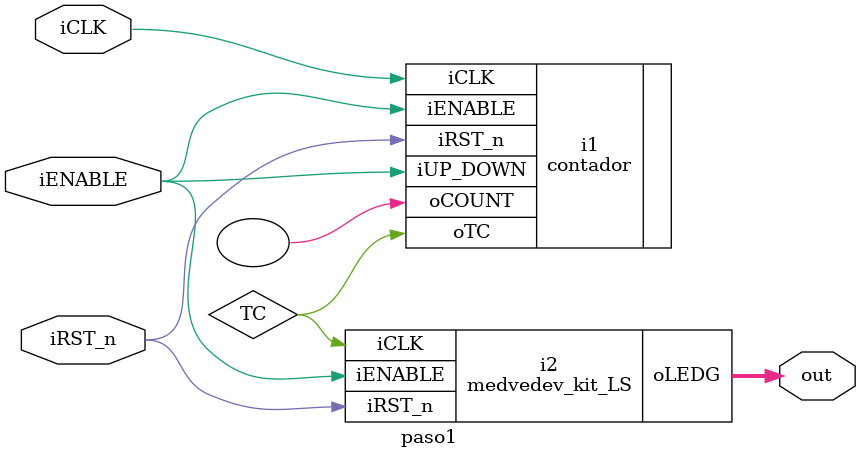
<source format=v>

module medvedev_kit_LS (
    input iCLK, iRST_n, iENABLE,
    output [7:0] oLEDG 
);

// changing the state encoding type to user define
(* syn_encoding = "user"*)

//declaring variables
reg [8:0] Estado_actual, Estado_siguiente;

//declaring parameters
parameter S1 = 9'b010000000, S2 = 9'b001000000, S3 = 9'b000100000, S4 = 9'b000010000;
parameter S5 = 9'b000001000, S6 = 9'b000000100, S7 = 9'b000000010, S8 = 9'b000000001; 
parameter S9 = {1'b1, S7[7:0]}, S10 = {1'b1, S6[7:0]}, S11 = {1'b1, S5[7:0]};
parameter S12 = {1'b1, S4[7:0]}, S13 = {1'b1, S3[7:0]}, S14 = {1'b1, S2[7:0]};

always @(Estado_actual, iENABLE) 
begin
    case (Estado_actual)
        S1:
            if (iENABLE) // internally if it's not it stays the same
                Estado_siguiente = S2;
        S2:
            if (iENABLE) 
                Estado_siguiente = S3;
        S3:
            if (iENABLE)
                Estado_siguiente = S4;
        S4:
            if (iENABLE) 
                Estado_siguiente = S5;
        S5:
            if (iENABLE) 
                Estado_siguiente = S6;
        S6:
            if (iENABLE)
                Estado_siguiente = S7;
        S7:
            if (iENABLE) 
                Estado_siguiente = S8;
        S8:
            if (iENABLE) 
                Estado_siguiente = S9;
        S9:
            if (iENABLE)
                Estado_siguiente = S10;
        S10:
            if (iENABLE) 
                Estado_siguiente = S11;
        S11:
            if (iENABLE) 
                Estado_siguiente = S12;
        S12:
            if (iENABLE)
                Estado_siguiente = S13;
        S13:
            if (iENABLE) 
                Estado_siguiente = S14;
        default: Estado_siguiente = S1;
    endcase
end

always @(posedge iCLK, negedge iRST_n) 
begin
    if (!iRST_n)
        Estado_actual <= S1;
    else 
        if (iENABLE)
            Estado_actual <= Estado_siguiente;  
end

assign oLEDG = Estado_actual[7:0];

endmodule

module paso1(
	input iCLK, iRST_n, iENABLE,
	output [7:0] out
);
	//definicion de parametros
    parameter mod = 5000000; // para tener una frecuencia de 10 Hz, 0.1s
	
   // definicion de variables
	wire TC;
	
	//instanciación de los DUT (Device Under Test)
	contador #(.fin_cuenta(mod)) i1 (.iCLK(iCLK),
												.iRST_n(iRST_n),
												.iENABLE (iENABLE),
												.iUP_DOWN (iENABLE),
												.oCOUNT(),
												.oTC(TC));
    
    medvedev_kit_LS i2(.iCLK(TC), 
                       .iRST_n(iRST_n), 
                       .iENABLE(iENABLE),
                       .oLEDG(out));
endmodule

</source>
